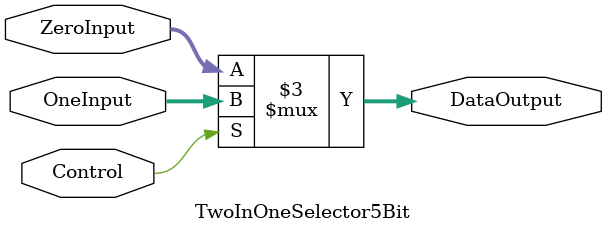
<source format=v>
`timescale 1ns / 1ps
module TwoInOneSelector5Bit(
    input [4:0] ZeroInput,
    input [4:0] OneInput,
    input Control,
    output reg[4:0] DataOutput
    );

    always @(Control or ZeroInput or OneInput) begin
    	 DataOutput = (Control == 1) ? OneInput : ZeroInput;
    end
endmodule

</source>
